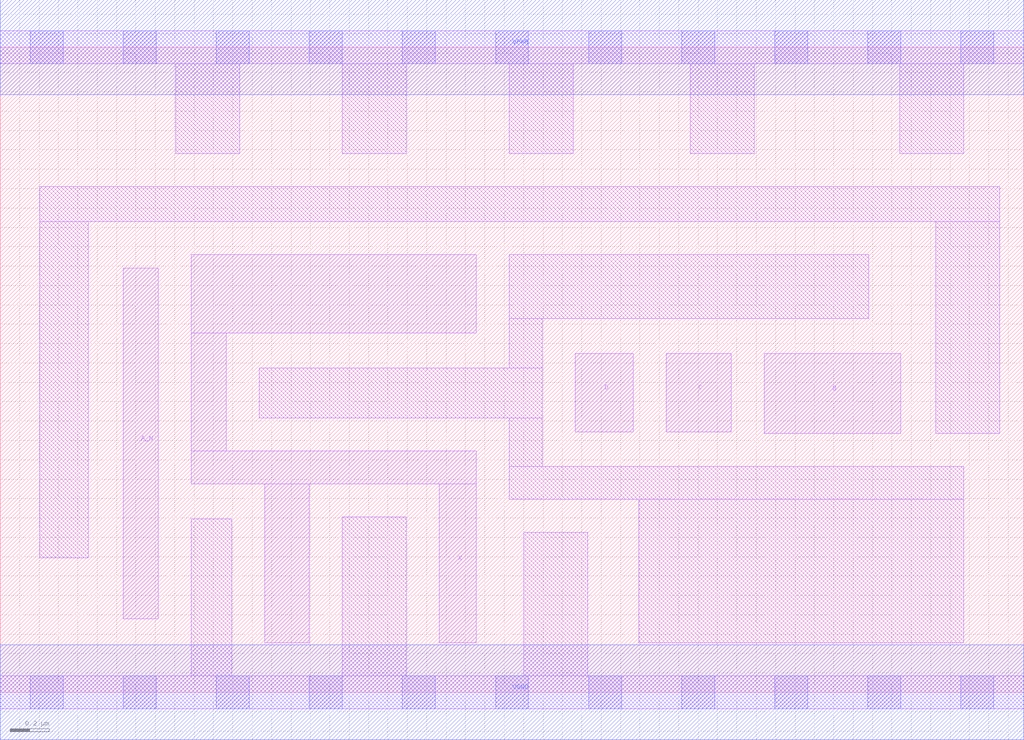
<source format=lef>
# Copyright 2020 The SkyWater PDK Authors
#
# Licensed under the Apache License, Version 2.0 (the "License");
# you may not use this file except in compliance with the License.
# You may obtain a copy of the License at
#
#     https://www.apache.org/licenses/LICENSE-2.0
#
# Unless required by applicable law or agreed to in writing, software
# distributed under the License is distributed on an "AS IS" BASIS,
# WITHOUT WARRANTIES OR CONDITIONS OF ANY KIND, either express or implied.
# See the License for the specific language governing permissions and
# limitations under the License.
#
# SPDX-License-Identifier: Apache-2.0

VERSION 5.7 ;
  NOWIREEXTENSIONATPIN ON ;
  DIVIDERCHAR "/" ;
  BUSBITCHARS "[]" ;
UNITS
  DATABASE MICRONS 200 ;
END UNITS
MACRO sky130_fd_sc_lp__and4b_4
  CLASS CORE ;
  FOREIGN sky130_fd_sc_lp__and4b_4 ;
  ORIGIN  0.000000  0.000000 ;
  SIZE  5.280000 BY  3.330000 ;
  SYMMETRY X Y R90 ;
  SITE unit ;
  PIN A_N
    ANTENNAGATEAREA  0.126000 ;
    DIRECTION INPUT ;
    USE SIGNAL ;
    PORT
      LAYER li1 ;
        RECT 0.635000 0.380000 0.815000 2.190000 ;
    END
  END A_N
  PIN B
    ANTENNAGATEAREA  0.315000 ;
    DIRECTION INPUT ;
    USE SIGNAL ;
    PORT
      LAYER li1 ;
        RECT 3.940000 1.335000 4.645000 1.750000 ;
    END
  END B
  PIN C
    ANTENNAGATEAREA  0.315000 ;
    DIRECTION INPUT ;
    USE SIGNAL ;
    PORT
      LAYER li1 ;
        RECT 3.435000 1.345000 3.770000 1.750000 ;
    END
  END C
  PIN D
    ANTENNAGATEAREA  0.315000 ;
    DIRECTION INPUT ;
    USE SIGNAL ;
    PORT
      LAYER li1 ;
        RECT 2.965000 1.345000 3.265000 1.750000 ;
    END
  END D
  PIN X
    ANTENNADIFFAREA  1.176000 ;
    DIRECTION OUTPUT ;
    USE SIGNAL ;
    PORT
      LAYER li1 ;
        RECT 0.985000 1.075000 2.455000 1.245000 ;
        RECT 0.985000 1.245000 1.165000 1.855000 ;
        RECT 0.985000 1.855000 2.455000 2.260000 ;
        RECT 1.365000 0.255000 1.595000 1.075000 ;
        RECT 2.265000 0.255000 2.455000 1.075000 ;
    END
  END X
  PIN VGND
    DIRECTION INOUT ;
    USE GROUND ;
    PORT
      LAYER met1 ;
        RECT 0.000000 -0.245000 5.280000 0.245000 ;
    END
  END VGND
  PIN VPWR
    DIRECTION INOUT ;
    USE POWER ;
    PORT
      LAYER met1 ;
        RECT 0.000000 3.085000 5.280000 3.575000 ;
    END
  END VPWR
  OBS
    LAYER li1 ;
      RECT 0.000000 -0.085000 5.280000 0.085000 ;
      RECT 0.000000  3.245000 5.280000 3.415000 ;
      RECT 0.205000  0.695000 0.455000 2.430000 ;
      RECT 0.205000  2.430000 5.155000 2.610000 ;
      RECT 0.905000  2.780000 1.235000 3.245000 ;
      RECT 0.985000  0.085000 1.195000 0.895000 ;
      RECT 1.335000  1.415000 2.795000 1.675000 ;
      RECT 1.765000  0.085000 2.095000 0.905000 ;
      RECT 1.765000  2.780000 2.095000 3.245000 ;
      RECT 2.625000  0.995000 4.970000 1.165000 ;
      RECT 2.625000  1.165000 2.795000 1.415000 ;
      RECT 2.625000  1.675000 2.795000 1.930000 ;
      RECT 2.625000  1.930000 4.480000 2.260000 ;
      RECT 2.625000  2.780000 2.955000 3.245000 ;
      RECT 2.700000  0.085000 3.030000 0.825000 ;
      RECT 3.295000  0.255000 4.970000 0.995000 ;
      RECT 3.560000  2.780000 3.890000 3.245000 ;
      RECT 4.640000  2.780000 4.970000 3.245000 ;
      RECT 4.825000  1.335000 5.155000 2.430000 ;
    LAYER mcon ;
      RECT 0.155000 -0.085000 0.325000 0.085000 ;
      RECT 0.155000  3.245000 0.325000 3.415000 ;
      RECT 0.635000 -0.085000 0.805000 0.085000 ;
      RECT 0.635000  3.245000 0.805000 3.415000 ;
      RECT 1.115000 -0.085000 1.285000 0.085000 ;
      RECT 1.115000  3.245000 1.285000 3.415000 ;
      RECT 1.595000 -0.085000 1.765000 0.085000 ;
      RECT 1.595000  3.245000 1.765000 3.415000 ;
      RECT 2.075000 -0.085000 2.245000 0.085000 ;
      RECT 2.075000  3.245000 2.245000 3.415000 ;
      RECT 2.555000 -0.085000 2.725000 0.085000 ;
      RECT 2.555000  3.245000 2.725000 3.415000 ;
      RECT 3.035000 -0.085000 3.205000 0.085000 ;
      RECT 3.035000  3.245000 3.205000 3.415000 ;
      RECT 3.515000 -0.085000 3.685000 0.085000 ;
      RECT 3.515000  3.245000 3.685000 3.415000 ;
      RECT 3.995000 -0.085000 4.165000 0.085000 ;
      RECT 3.995000  3.245000 4.165000 3.415000 ;
      RECT 4.475000 -0.085000 4.645000 0.085000 ;
      RECT 4.475000  3.245000 4.645000 3.415000 ;
      RECT 4.955000 -0.085000 5.125000 0.085000 ;
      RECT 4.955000  3.245000 5.125000 3.415000 ;
  END
END sky130_fd_sc_lp__and4b_4
END LIBRARY

</source>
